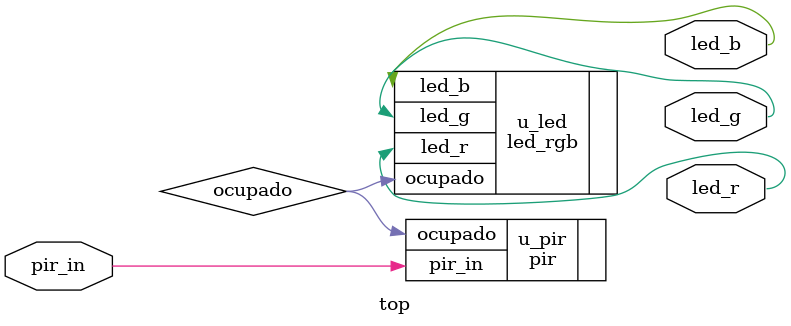
<source format=v>
module top(
    input wire pir_in,   // entrada do sensor PIR
    output wire led_r,   // saída LED vermelho
    output wire led_g,   // saída LED verde
    output wire led_b    // saída LED azul
);

    wire ocupado;

    // Instância do módulo PIR
    pir u_pir (
        .pir_in(pir_in),
        .ocupado(ocupado)
    );

    // Instância do módulo LED RGB
    led_rgb u_led (
        .ocupado(ocupado),
        .led_r(led_r),
        .led_g(led_g),
        .led_b(led_b)
    );

endmodule

</source>
